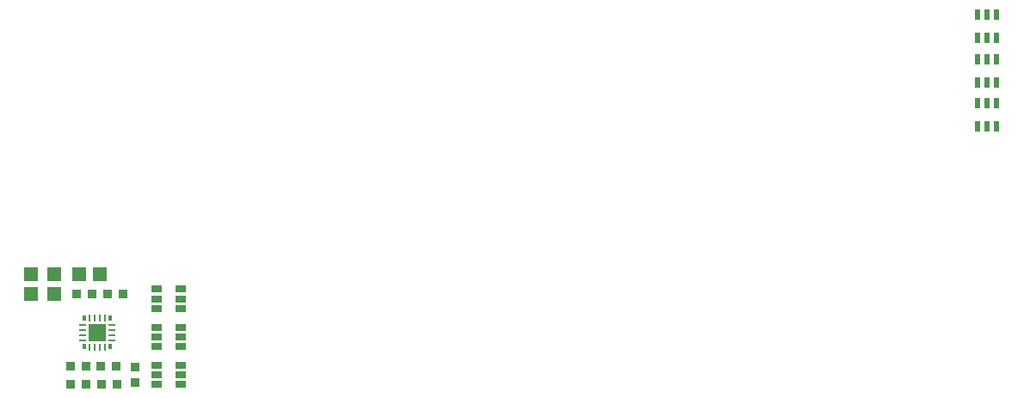
<source format=gtp>
G04 #@! TF.GenerationSoftware,KiCad,Pcbnew,8.0.7-8.0.7-0~ubuntu22.04.1*
G04 #@! TF.CreationDate,2025-01-18T20:22:17+01:00*
G04 #@! TF.ProjectId,pinchito_uesc,70696e63-6869-4746-9f5f-756573632e6b,rev?*
G04 #@! TF.SameCoordinates,Original*
G04 #@! TF.FileFunction,Paste,Top*
G04 #@! TF.FilePolarity,Positive*
%FSLAX46Y46*%
G04 Gerber Fmt 4.6, Leading zero omitted, Abs format (unit mm)*
G04 Created by KiCad (PCBNEW 8.0.7-8.0.7-0~ubuntu22.04.1) date 2025-01-18 20:22:17*
%MOMM*%
%LPD*%
G01*
G04 APERTURE LIST*
%ADD10R,1.350000X1.410000*%
%ADD11R,0.810000X0.860000*%
%ADD12R,0.530000X1.070000*%
%ADD13R,0.340000X0.500000*%
%ADD14R,0.250000X0.700000*%
%ADD15R,0.700000X0.250000*%
%ADD16R,1.700000X1.700000*%
%ADD17R,0.860000X0.810000*%
%ADD18R,1.000000X0.700000*%
%ADD19R,1.410000X1.350000*%
G04 APERTURE END LIST*
D10*
G04 #@! TO.C,C1*
X1200000Y-1200000D03*
X1200000Y-3200000D03*
G04 #@! TD*
D11*
G04 #@! TO.C,R5*
X8050000Y-10300000D03*
X9550000Y-10300000D03*
G04 #@! TD*
D12*
G04 #@! TO.C,Q5*
X94300000Y17670000D03*
X95250000Y17670000D03*
X96200000Y17670000D03*
X96200000Y19970000D03*
X95250000Y19970000D03*
X94300000Y19970000D03*
G04 #@! TD*
D10*
G04 #@! TO.C,C2*
X3450000Y-1200000D03*
X3450000Y-3200000D03*
G04 #@! TD*
D13*
G04 #@! TO.C,U1*
X6450000Y-8330000D03*
D14*
X6950000Y-8400000D03*
X7450000Y-8400000D03*
X7950000Y-8400000D03*
X8450000Y-8400000D03*
D13*
X8950000Y-8330000D03*
D15*
X9150000Y-7700000D03*
X9150000Y-7200000D03*
X9150000Y-6700000D03*
X9150000Y-6200000D03*
D13*
X8950000Y-5570000D03*
D14*
X8450000Y-5500000D03*
X7950000Y-5500000D03*
X7450000Y-5500000D03*
X6950000Y-5500000D03*
D13*
X6450000Y-5570000D03*
D15*
X6250000Y-6200000D03*
X6250000Y-6700000D03*
X6250000Y-7200000D03*
X6250000Y-7700000D03*
D16*
X7700000Y-6950000D03*
G04 #@! TD*
D11*
G04 #@! TO.C,R3*
X8100000Y-12050000D03*
X9600000Y-12050000D03*
G04 #@! TD*
G04 #@! TO.C,R6*
X8700000Y-3200000D03*
X10200000Y-3200000D03*
G04 #@! TD*
D17*
G04 #@! TO.C,R8*
X11400000Y-10350000D03*
X11400000Y-11850000D03*
G04 #@! TD*
D11*
G04 #@! TO.C,R4*
X5100000Y-10300000D03*
X6600000Y-10300000D03*
G04 #@! TD*
D12*
G04 #@! TO.C,Q4*
X94300000Y22040000D03*
X95250000Y22040000D03*
X96200000Y22040000D03*
X96200000Y24340000D03*
X95250000Y24340000D03*
X94300000Y24340000D03*
G04 #@! TD*
D18*
G04 #@! TO.C,Q2*
X13500000Y-6450000D03*
X13500000Y-7400000D03*
X13500000Y-8350000D03*
X15900000Y-8350000D03*
X15900000Y-7400000D03*
X15900000Y-6450000D03*
G04 #@! TD*
G04 #@! TO.C,Q3*
X13500000Y-10200000D03*
X13500000Y-11150000D03*
X13500000Y-12100000D03*
X15900000Y-12100000D03*
X15900000Y-11150000D03*
X15900000Y-10200000D03*
G04 #@! TD*
D19*
G04 #@! TO.C,C3*
X5950000Y-1200000D03*
X7950000Y-1200000D03*
G04 #@! TD*
D18*
G04 #@! TO.C,Q1*
X13500000Y-2700000D03*
X13500000Y-3650000D03*
X13500000Y-4600000D03*
X15900000Y-4600000D03*
X15900000Y-3650000D03*
X15900000Y-2700000D03*
G04 #@! TD*
D12*
G04 #@! TO.C,Q6*
X94300000Y13300000D03*
X95250000Y13300000D03*
X96200000Y13300000D03*
X96200000Y15600000D03*
X95250000Y15600000D03*
X94300000Y15600000D03*
G04 #@! TD*
D11*
G04 #@! TO.C,R2*
X5100000Y-12050000D03*
X6600000Y-12050000D03*
G04 #@! TD*
G04 #@! TO.C,R1*
X5700000Y-3200000D03*
X7200000Y-3200000D03*
G04 #@! TD*
M02*

</source>
